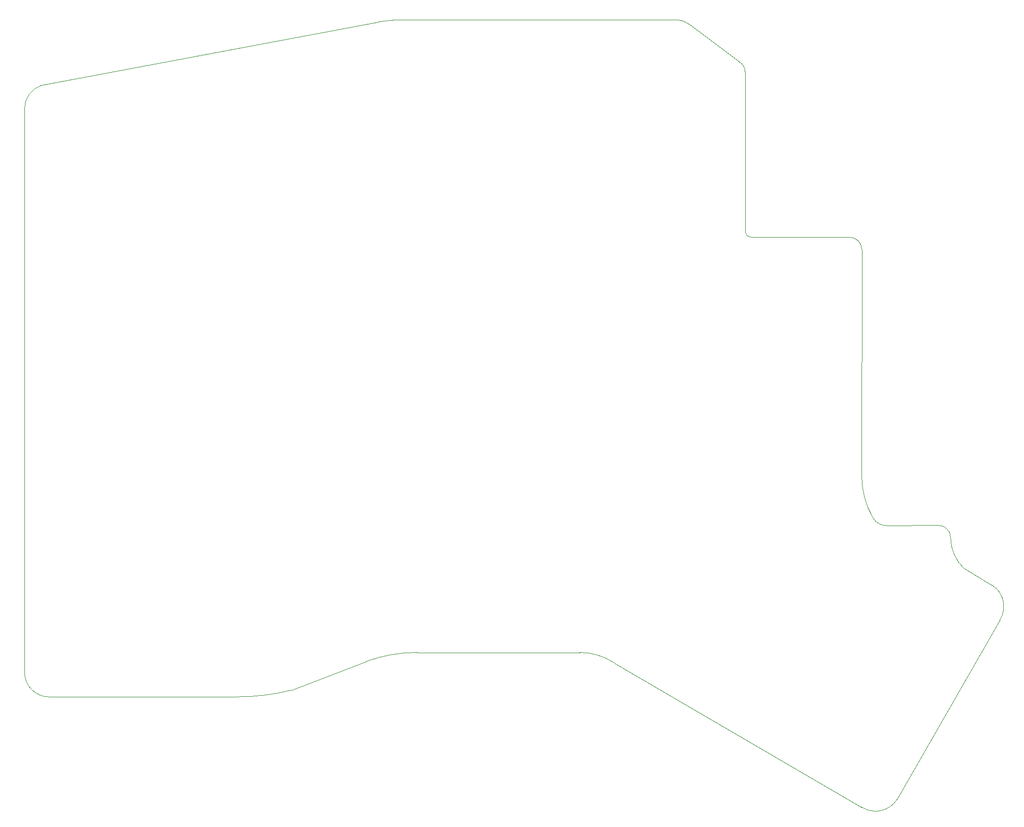
<source format=gm1>
G04 #@! TF.GenerationSoftware,KiCad,Pcbnew,(5.1.5)-3*
G04 #@! TF.CreationDate,2021-01-08T22:30:44-06:00*
G04 #@! TF.ProjectId,Bottom Plate,426f7474-6f6d-4205-906c-6174652e6b69,rev?*
G04 #@! TF.SameCoordinates,Original*
G04 #@! TF.FileFunction,Profile,NP*
%FSLAX46Y46*%
G04 Gerber Fmt 4.6, Leading zero omitted, Abs format (unit mm)*
G04 Created by KiCad (PCBNEW (5.1.5)-3) date 2021-01-08 22:30:44*
%MOMM*%
%LPD*%
G04 APERTURE LIST*
%ADD10C,0.050000*%
G04 APERTURE END LIST*
D10*
X134957150Y-47502742D02*
X90850000Y-47500000D01*
X145049254Y-54388865D02*
X136939999Y-48300001D01*
X146010001Y-82009999D02*
X145990000Y-56000000D01*
X145049254Y-54388865D02*
G75*
G02X145990000Y-56000000I-909254J-1611135D01*
G01*
X134957150Y-47502742D02*
G75*
G02X136939999Y-48300001I-387150J-3827258D01*
G01*
X163009999Y-82989901D02*
X146990745Y-82980158D01*
X146990745Y-82980158D02*
G75*
G02X146010001Y-82009999I9255J990158D01*
G01*
X163009999Y-82989901D02*
G75*
G02X165009999Y-85009999I1J-2000099D01*
G01*
X168987947Y-130016887D02*
X177424492Y-130001044D01*
X168987947Y-130016888D02*
G75*
G02X166837196Y-128781643I-87947J2336888D01*
G01*
X166837195Y-128781644D02*
G75*
G02X165000001Y-122009999I11892805J6861644D01*
G01*
X165010000Y-85010000D02*
X165000000Y-122010000D01*
X177424492Y-130001044D02*
G75*
G02X179499999Y-132000001I65508J-2008956D01*
G01*
X63150000Y-158000000D02*
X32500000Y-158000000D01*
X84209892Y-152214255D02*
X72098667Y-156893847D01*
X119052020Y-150751963D02*
X92500000Y-150750000D01*
X165000002Y-176000000D02*
X124649999Y-152450001D01*
X181649060Y-137025283D02*
X186249999Y-139750001D01*
X31250001Y-58200001D02*
X86331103Y-47815204D01*
X72098667Y-156893847D02*
G75*
G02X63150000Y-158000000I-8948667J35643847D01*
G01*
X84209892Y-152214255D02*
G75*
G02X92500000Y-150750000I8290108J-22735745D01*
G01*
X119052020Y-150751963D02*
G75*
G02X124649999Y-152450001I-52020J-10248037D01*
G01*
X181649060Y-137025283D02*
G75*
G02X179500000Y-132000000I4800940J5025283D01*
G01*
X86331103Y-47815204D02*
G75*
G02X90850000Y-47500000I4518897J-32234796D01*
G01*
X28499689Y-61999999D02*
X28500000Y-154000000D01*
X28499689Y-61999999D02*
G75*
G02X31250001Y-58200001I4000311J-1D01*
G01*
X32500000Y-158000000D02*
G75*
G02X28500000Y-154000000I0J4000000D01*
G01*
X187499999Y-145499999D02*
X170750000Y-174750000D01*
X170750000Y-174750000D02*
G75*
G02X165000002Y-176000000I-3499999J2249999D01*
G01*
X186249999Y-139750001D02*
G75*
G02X187499999Y-145499999I-2249999J-3499999D01*
G01*
M02*

</source>
